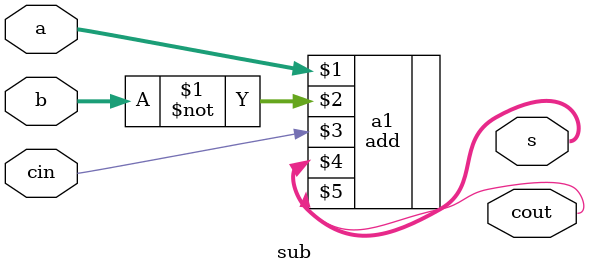
<source format=v>
module sub(input [15:0] a, b, input cin, output [15:0] s, output cout);
	
	
	add a1 (a, ~b, cin, s, cout);
	
	


endmodule


</source>
